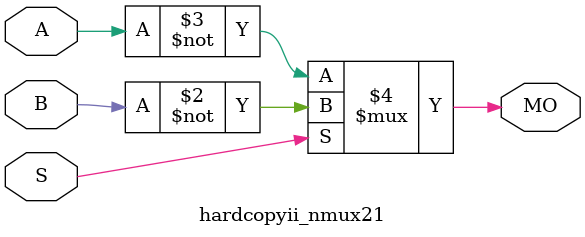
<source format=v>
module hardcopyii_nmux21 (MO, A, B, S);
   input A, B, S; 
   output MO; 
   assign MO = (S == 1) ? ~B : ~A; 
endmodule
</source>
